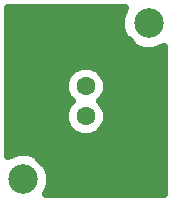
<source format=gbl>
G04 (created by PCBNEW (2013-07-07 BZR 4022)-stable) date 11/9/2013 6:32:21 PM*
%MOIN*%
G04 Gerber Fmt 3.4, Leading zero omitted, Abs format*
%FSLAX34Y34*%
G01*
G70*
G90*
G04 APERTURE LIST*
%ADD10C,0.006*%
%ADD11C,0.0629921*%
%ADD12C,0.0984252*%
%ADD13C,0.025*%
G04 APERTURE END LIST*
G54D10*
G54D11*
X29750Y-18750D03*
X29750Y-17750D03*
G54D12*
X31850Y-15650D03*
X27650Y-20850D03*
G54D10*
G36*
X32350Y-21350D02*
X30440Y-21350D01*
X30440Y-18613D01*
X30335Y-18359D01*
X30225Y-18249D01*
X30334Y-18141D01*
X30439Y-17887D01*
X30440Y-17613D01*
X30335Y-17359D01*
X30141Y-17165D01*
X29887Y-17060D01*
X29613Y-17059D01*
X29359Y-17164D01*
X29165Y-17358D01*
X29060Y-17612D01*
X29059Y-17886D01*
X29164Y-18140D01*
X29274Y-18250D01*
X29165Y-18358D01*
X29060Y-18612D01*
X29059Y-18886D01*
X29164Y-19140D01*
X29358Y-19334D01*
X29612Y-19439D01*
X29886Y-19440D01*
X30140Y-19335D01*
X30334Y-19141D01*
X30439Y-18887D01*
X30440Y-18613D01*
X30440Y-21350D01*
X28433Y-21350D01*
X28564Y-21043D01*
X28569Y-20679D01*
X28433Y-20340D01*
X28420Y-20320D01*
X28324Y-20298D01*
X28201Y-20175D01*
X28179Y-20079D01*
X27843Y-19935D01*
X27479Y-19930D01*
X27150Y-20062D01*
X27150Y-15150D01*
X31066Y-15150D01*
X30935Y-15456D01*
X30930Y-15820D01*
X31066Y-16159D01*
X31079Y-16179D01*
X31175Y-16201D01*
X31298Y-16324D01*
X31320Y-16420D01*
X31656Y-16564D01*
X32020Y-16569D01*
X32350Y-16437D01*
X32350Y-21350D01*
X32350Y-21350D01*
G37*
G54D13*
X32350Y-21350D02*
X30440Y-21350D01*
X30440Y-18613D01*
X30335Y-18359D01*
X30225Y-18249D01*
X30334Y-18141D01*
X30439Y-17887D01*
X30440Y-17613D01*
X30335Y-17359D01*
X30141Y-17165D01*
X29887Y-17060D01*
X29613Y-17059D01*
X29359Y-17164D01*
X29165Y-17358D01*
X29060Y-17612D01*
X29059Y-17886D01*
X29164Y-18140D01*
X29274Y-18250D01*
X29165Y-18358D01*
X29060Y-18612D01*
X29059Y-18886D01*
X29164Y-19140D01*
X29358Y-19334D01*
X29612Y-19439D01*
X29886Y-19440D01*
X30140Y-19335D01*
X30334Y-19141D01*
X30439Y-18887D01*
X30440Y-18613D01*
X30440Y-21350D01*
X28433Y-21350D01*
X28564Y-21043D01*
X28569Y-20679D01*
X28433Y-20340D01*
X28420Y-20320D01*
X28324Y-20298D01*
X28201Y-20175D01*
X28179Y-20079D01*
X27843Y-19935D01*
X27479Y-19930D01*
X27150Y-20062D01*
X27150Y-15150D01*
X31066Y-15150D01*
X30935Y-15456D01*
X30930Y-15820D01*
X31066Y-16159D01*
X31079Y-16179D01*
X31175Y-16201D01*
X31298Y-16324D01*
X31320Y-16420D01*
X31656Y-16564D01*
X32020Y-16569D01*
X32350Y-16437D01*
X32350Y-21350D01*
M02*

</source>
